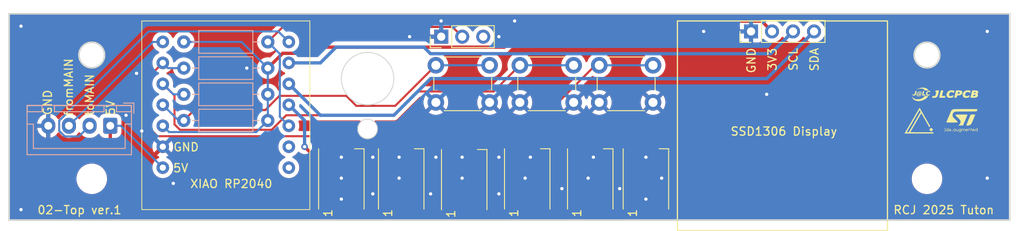
<source format=kicad_pcb>
(kicad_pcb (version 20221018) (generator pcbnew)
  (layers (0 "F.Cu" signal) (31 "B.Cu" signal) (34 "B.Paste" user) (35 "F.Paste" user) (36 "B.SilkS" user "B.Silkscreen") (37 "F.SilkS" user "F.Silkscreen") (38 "B.Mask" user) (39 "F.Mask" user) (44 "Edge.Cuts" user))
  (net 0 "")
  (net 1 "+5V")
  (net 2 "Net-(D1-DOUT)")
  (net 3 "GND")
  (net 4 "WS2812B")
  (net 5 "Net-(D2-DOUT)")
  (net 6 "Net-(D3-DOUT)")
  (net 7 "Net-(D4-DOUT)")
  (net 8 "Net-(D5-DOUT)")
  (net 10 "UART5_RX")
  (net 11 "UART5_TX")
  (net 12 "+3V3")
  (net 13 "I2C_SCL")
  (net 14 "I2C_SDA")
  (net 15 "SW1")
  (net 16 "SW2")
  (net 17 "SW3")
  (net 18 "SW")
  (footprint "MountingHole:MountingHole_3.2mm_M3" (layer "F.Cu") (at 134.32 71.2)
    (fp_text reference "REF**" hide)
    (fp_text value "MountingHole_3.2mm_M3" hide)
    (pad "" np_thru_hole circle (at 0 0) (size 3.2 3.2) (drill 3.2) (layers "*.Cu" "*.Mask"))
  )
  (footprint "logo:jlcpcb_log_small" (layer "F.Cu") (at 136.525 60.96)
    (fp_text reference "G***" hide)
    (fp_text value "LOGO" hide)
  )
  (footprint "LED_SMD:LED_WS2812B_PLCC4_5.0x5.0mm_P3.2mm" (layer "F.Cu") (at 78.36 71.3 90)
    (fp_text reference "D3" hide)
    (fp_text value "WS2812B" hide)
    (fp_text user "1" (at -4.15 -1.6 90) (layer "F.SilkS"))
    (pad "1" smd rect (at -2.45 -1.65 90) (size 1.5 0.9) (layers "F.Cu" "F.Paste" "F.Mask") (net 1 "+5V"))
    (pad "2" smd rect (at -2.45 1.65 90) (size 1.5 0.9) (layers "F.Cu" "F.Paste" "F.Mask") (net 6 "Net-(D3-DOUT)"))
    (pad "3" smd rect (at 2.45 1.65 90) (size 1.5 0.9) (layers "F.Cu" "F.Paste" "F.Mask") (net 3 "GND"))
    (pad "4" smd rect (at 2.45 -1.65 90) (size 1.5 0.9) (layers "F.Cu" "F.Paste" "F.Mask") (net 5 "Net-(D2-DOUT)"))
  )
  (footprint "logo:st_logo_small" (layer "F.Cu") (at 138.43 64.135)
    (fp_text reference "G***" hide)
    (fp_text value "LOGO" hide)
  )
  (footprint "LED_SMD:LED_WS2812B_PLCC4_5.0x5.0mm_P3.2mm" (layer "F.Cu") (at 85.98 71.21 90)
    (fp_text reference "D4" hide)
    (fp_text value "WS2812B" hide)
    (fp_text user "1" (at -4.15 -1.6 90) (layer "F.SilkS"))
    (pad "1" smd rect (at -2.45 -1.65 90) (size 1.5 0.9) (layers "F.Cu" "F.Paste" "F.Mask") (net 1 "+5V"))
    (pad "2" smd rect (at -2.45 1.65 90) (size 1.5 0.9) (layers "F.Cu" "F.Paste" "F.Mask") (net 7 "Net-(D4-DOUT)"))
    (pad "3" smd rect (at 2.45 1.65 90) (size 1.5 0.9) (layers "F.Cu" "F.Paste" "F.Mask") (net 3 "GND"))
    (pad "4" smd rect (at 2.45 -1.65 90) (size 1.5 0.9) (layers "F.Cu" "F.Paste" "F.Mask") (net 6 "Net-(D3-DOUT)"))
  )
  (footprint "MountingHole:MountingHole_3.2mm_M3" (layer "F.Cu") (at 33.32 71.2)
    (fp_text reference "REF**" hide)
    (fp_text value "MountingHole_3.2mm_M3" hide)
    (pad "" np_thru_hole circle (at 0 0) (size 3.2 3.2) (drill 3.2) (layers "*.Cu" "*.Mask"))
  )
  (footprint "Button_Switch_THT:SW_PUSH_6mm" (layer "F.Cu") (at 85.09 57.44)
    (fp_text reference "SW2" hide)
    (fp_text value "SW_Push" hide)
    (pad "1" thru_hole circle (at 0 0 90) (size 2 2) (drill 1.1) (layers "*.Cu" "*.Mask") (net 16 "SW2"))
    (pad "1" thru_hole circle (at 6.5 0 90) (size 2 2) (drill 1.1) (layers "*.Cu" "*.Mask") (net 16 "SW2"))
    (pad "2" thru_hole circle (at 0 4.5 90) (size 2 2) (drill 1.1) (layers "*.Cu" "*.Mask") (net 3 "GND"))
    (pad "2" thru_hole circle (at 6.5 4.5 90) (size 2 2) (drill 1.1) (layers "*.Cu" "*.Mask") (net 3 "GND"))
  )
  (footprint "XIAO:XIAO_Board" (layer "F.Cu") (at 49.53 62.23 180)
    (fp_text reference "U1" hide)
    (fp_text value "~")
    (pad "1" thru_hole circle (at -7.62 -7.62 180) (size 1.524 1.524) (drill 0.762) (layers "*.Cu" "*.Mask"))
    (pad "2" thru_hole circle (at -7.62 -5.08 180) (size 1.524 1.524) (drill 0.762) (layers "*.Cu" "*.Mask"))
    (pad "3" thru_hole circle (at -7.62 -2.54 180) (size 1.524 1.524) (drill 0.762) (layers "*.Cu" "*.Mask") (net 18 "SW"))
    (pad "4" thru_hole circle (at -7.62 0 180) (size 1.524 1.524) (drill 0.762) (layers "*.Cu" "*.Mask") (net 4 "WS2812B"))
    (pad "5" thru_hole circle (at -7.62 2.54 180) (size 1.524 1.524) (drill 0.762) (layers "*.Cu" "*.Mask") (net 14 "I2C_SDA"))
    (pad "6" thru_hole circle (at -7.62 5.08 180) (size 1.524 1.524) (drill 0.762) (layers "*.Cu" "*.Mask") (net 13 "I2C_SCL"))
    (pad "7" thru_hole circle (at -7.62 7.62 180) (size 1.524 1.524) (drill 0.762) (layers "*.Cu" "*.Mask") (net 10 "UART5_RX"))
    (pad "8" thru_hole circle (at 7.62 7.62 180) (size 1.524 1.524) (drill 0.762) (layers "*.Cu" "*.Mask") (net 11 "UART5_TX"))
    (pad "9" thru_hole circle (at 7.62 5.08 180) (size 1.524 1.524) (drill 0.762) (layers "*.Cu" "*.Mask") (net 17 "SW3"))
    (pad "10" thru_hole circle (at 7.62 2.54 180) (size 1.524 1.524) (drill 0.762) (layers "*.Cu" "*.Mask") (net 16 "SW2"))
    (pad "11" thru_hole circle (at 7.62 0 180) (size 1.524 1.524) (drill 0.762) (layers "*.Cu" "*.Mask") (net 15 "SW1"))
    (pad "12" thru_hole circle (at 7.62 -2.54 180) (size 1.524 1.524) (drill 0.762) (layers "*.Cu" "*.Mask") (net 12 "+3V3"))
    (pad "13" thru_hole circle (at 7.62 -5.08 180) (size 1.524 1.524) (drill 0.762) (layers "*.Cu" "*.Mask") (net 3 "GND"))
    (pad "14" thru_hole circle (at 7.62 -7.62 180) (size 1.524 1.524) (drill 0.762) (layers "*.Cu" "*.Mask") (net 1 "+5V"))
  )
  (footprint "Button_Switch_THT:SW_PUSH_6mm" (layer "F.Cu") (at 74.93 57.44)
    (fp_text reference "SW1" hide)
    (fp_text value "SW_Push" hide)
    (pad "1" thru_hole circle (at 0 0 90) (size 2 2) (drill 1.1) (layers "*.Cu" "*.Mask") (net 15 "SW1"))
    (pad "1" thru_hole circle (at 6.5 0 90) (size 2 2) (drill 1.1) (layers "*.Cu" "*.Mask") (net 15 "SW1"))
    (pad "2" thru_hole circle (at 0 4.5 90) (size 2 2) (drill 1.1) (layers "*.Cu" "*.Mask") (net 3 "GND"))
    (pad "2" thru_hole circle (at 6.5 4.5 90) (size 2 2) (drill 1.1) (layers "*.Cu" "*.Mask") (net 3 "GND"))
  )
  (footprint "LED_SMD:LED_WS2812B_PLCC4_5.0x5.0mm_P3.2mm" (layer "F.Cu") (at 100.33 71.21 90)
    (fp_text reference "D6" hide)
    (fp_text value "WS2812B" hide)
    (fp_text user "1" (at -4.15 -1.6 90) (layer "F.SilkS"))
    (pad "1" smd rect (at -2.45 -1.65 90) (size 1.5 0.9) (layers "F.Cu" "F.Paste" "F.Mask") (net 1 "+5V"))
    (pad "2" smd rect (at -2.45 1.65 90) (size 1.5 0.9) (layers "F.Cu" "F.Paste" "F.Mask"))
    (pad "3" smd rect (at 2.45 1.65 90) (size 1.5 0.9) (layers "F.Cu" "F.Paste" "F.Mask") (net 3 "GND"))
    (pad "4" smd rect (at 2.45 -1.65 90) (size 1.5 0.9) (layers "F.Cu" "F.Paste" "F.Mask") (net 8 "Net-(D5-DOUT)"))
  )
  (footprint "Connector_PinHeader_2.54mm:PinHeader_1x04_P2.54mm_Vertical" (layer "F.Cu") (at 113.04 53.34 90)
    (fp_text reference "J2" hide)
    (fp_text value "SSD1306")
    (pad "1" thru_hole rect (at 0 0 90) (size 1.7 1.7) (drill 1) (layers "*.Cu" "*.Mask") (net 3 "GND"))
    (pad "2" thru_hole oval (at 0 2.54 90) (size 1.7 1.7) (drill 1) (layers "*.Cu" "*.Mask") (net 12 "+3V3"))
    (pad "3" thru_hole oval (at 0 5.08 90) (size 1.7 1.7) (drill 1) (layers "*.Cu" "*.Mask") (net 13 "I2C_SCL"))
    (pad "4" thru_hole oval (at 0 7.62 90) (size 1.7 1.7) (drill 1) (layers "*.Cu" "*.Mask") (net 14 "I2C_SDA"))
  )
  (footprint "LED_SMD:LED_WS2812B_PLCC4_5.0x5.0mm_P3.2mm" (layer "F.Cu") (at 70.74 71.21 90)
    (fp_text reference "D2" hide)
    (fp_text value "WS2812B" hide)
    (fp_text user "1" (at -4.15 -1.6 90) (layer "F.SilkS"))
    (pad "1" smd rect (at -2.45 -1.65 90) (size 1.5 0.9) (layers "F.Cu" "F.Paste" "F.Mask") (net 1 "+5V"))
    (pad "2" smd rect (at -2.45 1.65 90) (size 1.5 0.9) (layers "F.Cu" "F.Paste" "F.Mask") (net 5 "Net-(D2-DOUT)"))
    (pad "3" smd rect (at 2.45 1.65 90) (size 1.5 0.9) (layers "F.Cu" "F.Paste" "F.Mask") (net 3 "GND"))
    (pad "4" smd rect (at 2.45 -1.65 90) (size 1.5 0.9) (layers "F.Cu" "F.Paste" "F.Mask") (net 2 "Net-(D1-DOUT)"))
  )
  (footprint "logo:tuton_logo_small" (layer "F.Cu") (at 133.35 64.135)
    (fp_text reference "G***" hide)
    (fp_text value "LOGO" hide)
  )
  (footprint "Connector_PinHeader_2.54mm:PinHeader_1x03_P2.54mm_Vertical" (layer "F.Cu") (at 75.58 53.975 90)
    (fp_text reference "SW4" hide)
    (fp_text value "SW_SPDT" hide)
    (pad "1" thru_hole rect (at 0 0 90) (size 1.7 1.7) (drill 1) (layers "*.Cu" "*.Mask") (net 3 "GND"))
    (pad "2" thru_hole oval (at 0 2.54 90) (size 1.7 1.7) (drill 1) (layers "*.Cu" "*.Mask") (net 18 "SW"))
    (pad "3" thru_hole oval (at 0 5.08 90) (size 1.7 1.7) (drill 1) (layers "*.Cu" "*.Mask"))
  )
  (footprint "LED_SMD:LED_WS2812B_PLCC4_5.0x5.0mm_P3.2mm" (layer "F.Cu") (at 63.5 71.21 90)
    (fp_text reference "D1" hide)
    (fp_text value "WS2812B" hide)
    (fp_text user "1" (at -4.15 -1.6 90) (layer "F.SilkS"))
    (pad "1" smd rect (at -2.45 -1.65 90) (size 1.5 0.9) (layers "F.Cu" "F.Paste" "F.Mask") (net 1 "+5V"))
    (pad "2" smd rect (at -2.45 1.65 90) (size 1.5 0.9) (layers "F.Cu" "F.Paste" "F.Mask") (net 2 "Net-(D1-DOUT)"))
    (pad "3" smd rect (at 2.45 1.65 90) (size 1.5 0.9) (layers "F.Cu" "F.Paste" "F.Mask") (net 3 "GND"))
    (pad "4" smd rect (at 2.45 -1.65 90) (size 1.5 0.9) (layers "F.Cu" "F.Paste" "F.Mask") (net 4 "WS2812B"))
  )
  (footprint "LED_SMD:LED_WS2812B_PLCC4_5.0x5.0mm_P3.2mm" (layer "F.Cu") (at 93.6 71.21 90)
    (fp_text reference "D5" hide)
    (fp_text value "WS2812B" hide)
    (fp_text user "1" (at -4.15 -1.6 90) (layer "F.SilkS"))
    (pad "1" smd rect (at -2.45 -1.65 90) (size 1.5 0.9) (layers "F.Cu" "F.Paste" "F.Mask") (net 1 "+5V"))
    (pad "2" smd rect (at -2.45 1.65 90) (size 1.5 0.9) (layers "F.Cu" "F.Paste" "F.Mask") (net 8 "Net-(D5-DOUT)"))
    (pad "3" smd rect (at 2.45 1.65 90) (size 1.5 0.9) (layers "F.Cu" "F.Paste" "F.Mask") (net 3 "GND"))
    (pad "4" smd rect (at 2.45 -1.65 90) (size 1.5 0.9) (layers "F.Cu" "F.Paste" "F.Mask") (net 7 "Net-(D4-DOUT)"))
  )
  (footprint "Button_Switch_THT:SW_PUSH_6mm" (layer "F.Cu") (at 94.69 57.44)
    (fp_text reference "SW3" hide)
    (fp_text value "SW_Push" hide)
    (pad "1" thru_hole circle (at 0 0 90) (size 2 2) (drill 1.1) (layers "*.Cu" "*.Mask") (net 17 "SW3"))
    (pad "1" thru_hole circle (at 6.5 0 90) (size 2 2) (drill 1.1) (layers "*.Cu" "*.Mask") (net 17 "SW3"))
    (pad "2" thru_hole circle (at 0 4.5 90) (size 2 2) (drill 1.1) (layers "*.Cu" "*.Mask") (net 3 "GND"))
    (pad "2" thru_hole circle (at 6.5 4.5 90) (size 2 2) (drill 1.1) (layers "*.Cu" "*.Mask") (net 3 "GND"))
  )
  (footprint "Connector_JST:JST_XH_B4B-XH-A_1x04_P2.50mm_Vertical" (layer "B.Cu") (at 35.56 64.77 180)
    (fp_text reference "J1" hide)
    (fp_text value "ToTop")
    (pad "1" thru_hole roundrect (at 0 0 180) (size 1.7 1.95) (drill 0.95) (layers "*.Cu" "*.Mask") (roundrect_rratio 0.1470588235) (net 1 "+5V"))
    (pad "2" thru_hole oval (at 2.5 0 180) (size 1.7 1.95) (drill 0.95) (layers "*.Cu" "*.Mask") (net 10 "UART5_RX"))
    (pad "3" thru_hole oval (at 5 0 180) (size 1.7 1.95) (drill 0.95) (layers "*.Cu" "*.Mask") (net 11 "UART5_TX"))
    (pad "4" thru_hole oval (at 7.5 0 180) (size 1.7 1.95) (drill 0.95) (layers "*.Cu" "*.Mask") (net 3 "GND"))
  )
  (footprint "Resistor_THT:R_Axial_DIN0207_L6.3mm_D2.5mm_P10.16mm_Horizontal" (layer "B.Cu") (at 54.61 64.135 180)
    (fp_text reference "R1" hide)
    (fp_text value "10k")
    (pad "1" thru_hole circle (at 0 0 180) (size 1.6 1.6) (drill 0.8) (layers "*.Cu" "*.Mask") (net 12 "+3V3"))
    (pad "2" thru_hole oval (at 10.16 0 180) (size 1.6 1.6) (drill 0.8) (layers "*.Cu" "*.Mask") (net 15 "SW1"))
  )
  (footprint "Resistor_THT:R_Axial_DIN0207_L6.3mm_D2.5mm_P10.16mm_Horizontal" (layer "B.Cu") (at 54.61 57.785 180)
    (fp_text reference "R3" hide)
    (fp_text value "10k")
    (pad "1" thru_hole circle (at 0 0 180) (size 1.6 1.6) (drill 0.8) (layers "*.Cu" "*.Mask") (net 12 "+3V3"))
    (pad "2" thru_hole oval (at 10.16 0 180) (size 1.6 1.6) (drill 0.8) (layers "*.Cu" "*.Mask") (net 17 "SW3"))
  )
  (footprint "Resistor_THT:R_Axial_DIN0207_L6.3mm_D2.5mm_P10.16mm_Horizontal" (layer "B.Cu") (at 54.61 60.96 180)
    (fp_text reference "R2" hide)
    (fp_text value "10k")
    (pad "1" thru_hole circle (at 0 0 180) (size 1.6 1.6) (drill 0.8) (layers "*.Cu" "*.Mask") (net 12 "+3V3"))
    (pad "2" thru_hole oval (at 10.16 0 180) (size 1.6 1.6) (drill 0.8) (layers "*.Cu" "*.Mask") (net 16 "SW2"))
  )
  (footprint "Resistor_THT:R_Axial_DIN0207_L6.3mm_D2.5mm_P10.16mm_Horizontal" (layer "B.Cu") (at 44.45 54.61)
    (fp_text reference "R4" hide)
    (fp_text value "10k")
    (pad "1" thru_hole circle (at 0 0) (size 1.6 1.6) (drill 0.8) (layers "*.Cu" "*.Mask") (net 12 "+3V3"))
    (pad "2" thru_hole oval (at 10.16 0) (size 1.6 1.6) (drill 0.8) (layers "*.Cu" "*.Mask") (net 18 "SW"))
  )
  (gr_rect (start 104.14 52.07) (end 129.54 77.47) (stroke (width 0.15)) (fill none) (layer "F.SilkS"))
  (gr_line (start 144.32 76.2) (end 144.32 51.2) (stroke (width 0.2)) (layer "Edge.Cuts"))
  (gr_circle (center 66.675 59.055) (end 66.675 55.88) (stroke (width 0.1)) (fill none) (layer "Edge.Cuts"))
  (gr_line (start 23.32 76.2) (end 144.32 76.2) (stroke (width 0.2)) (layer "Edge.Cuts"))
  (gr_line (start 144.32 51.2) (end 23.32 51.2) (stroke (width 0.2)) (layer "Edge.Cuts"))
  (gr_circle (center 134.32 56.2) (end 135.87 56.2) (stroke (width 0.2)) (fill none) (layer "Edge.Cuts"))
  (gr_circle (center 66.675 65.155) (end 66.675 63.965) (stroke (width 0.1)) (fill none) (layer "Edge.Cuts"))
  (gr_circle (center 33.32 56.2) (end 34.87 56.2) (stroke (width 0.2)) (fill none) (layer "Edge.Cuts"))
  (gr_line (start 23.32 51.2) (end 23.32 76.2) (stroke (width 0.2)) (layer "Edge.Cuts"))
  (gr_text "GND" (at 46.355 67.945) (layer "F.SilkS") (effects (font (size 1 1)) (justify right bottom)))
  (gr_text "5V" (at 45.085 70.485) (layer "F.SilkS") (effects (font (size 1 1)) (justify right bottom)))
  (gr_text "5V" (at 36.195 61.595 90) (layer "F.SilkS") (effects (font (size 1 1)) (justify right bottom)))
  (gr_text "GND" (at 28.575 60.325 90) (layer "F.SilkS") (effects (font (size 1 1)) (justify right bottom)))
  (gr_text "fromMAIN" (at 31.115 56.515 90) (layer "F.SilkS") (effects (font (size 1 1)) (justify right bottom)))
  (gr_text "GND" (at 113.665 55.245 90) (layer "F.SilkS") (effects (font (size 1 1)) (justify right bottom)))
  (gr_text "toMAIN" (at 33.655 58.42 90) (layer "F.SilkS") (effects (font (size 1 1)) (justify right bottom)))
  (gr_text "SDA" (at 121.285 55.245 90) (layer "F.SilkS") (effects (font (size 1 1)) (justify right bottom)))
  (gr_text "RCJ 2025 Tuton\n" (at 130.175 75.565) (layer "F.SilkS") (effects (font (size 1 1)) (justify left bottom)))
  (gr_text "3V3\n" (at 116.205 55.245 90) (layer "F.SilkS") (effects (font (size 1 1)) (justify right bottom)))
  (gr_text "SSD1306 Display" (at 110.49 66.04) (layer "F.SilkS") (effects (font (size 1 1)) (justify left bottom)))
  (gr_text "02-Top ver.1" (at 26.67 75.565) (layer "F.SilkS") (effects (font (size 1 1)) (justify left bottom)))
  (gr_text "SCL" (at 118.745 55.245 90) (layer "F.SilkS") (effects (font (size 1 1)) (justify right bottom)))
  (gr_text "XIAO RP2040" (at 55.245 72.39) (layer "F.SilkS") (effects (font (size 1 1)) (justify right bottom)))
  (segment (start 90.8 74.81) (end 91.95 73.66) (width 0.4) (layer "F.Cu") (net 1))
  (segment (start 42.545 73.66) (end 35.56 66.675) (width 0.4) (layer "F.Cu") (net 1))
  (segment (start 67.94 74.81) (end 69.09 73.66) (width 0.4) (layer "F.Cu") (net 1))
  (segment (start 85.48 74.81) (end 90.8 74.81) (width 0.4) (layer "F.Cu") (net 1))
  (segment (start 93.1 74.81) (end 97.53 74.81) (width 0.4) (layer "F.Cu") (net 1))
  (segment (start 69.09 73.66) (end 70.24 74.81) (width 0.4) (layer "F.Cu") (net 1))
  (segment (start 83.09 74.9) (end 84.33 73.66) (width 0.4) (layer "F.Cu") (net 1))
  (segment (start 70.24 74.81) (end 75.65 74.81) (width 0.4) (layer "F.Cu") (net 1))
  (segment (start 76.71 73.75) (end 77.86 74.9) (width 0.4) (layer "F.Cu") (net 1))
  (segment (start 84.33 73.66) (end 85.48 74.81) (width 0.4) (layer "F.Cu") (net 1))
  (segment (start 61.85 73.66) (end 61.85 73.96) (width 0.4) (layer "F.Cu") (net 1))
  (segment (start 61.85 73.66) (end 42.545 73.66) (width 0.4) (layer "F.Cu") (net 1))
  (segment (start 75.65 74.81) (end 76.71 73.75) (width 0.4) (layer "F.Cu") (net 1))
  (segment (start 35.56 66.675) (end 35.56 64.77) (width 0.4) (layer "F.Cu") (net 1))
  (segment (start 62.7 74.81) (end 67.94 74.81) (width 0.4) (layer "F.Cu") (net 1))
  (segment (start 61.85 73.96) (end 62.7 74.81) (width 0.4) (layer "F.Cu") (net 1))
  (segment (start 97.53 74.81) (end 98.68 73.66) (width 0.4) (layer "F.Cu") (net 1))
  (segment (start 77.86 74.9) (end 83.09 74.9) (width 0.4) (layer "F.Cu") (net 1))
  (segment (start 91.95 73.66) (end 93.1 74.81) (width 0.4) (layer "F.Cu") (net 1))
  (segment (start 35.56 64.77) (end 36.83 64.77) (width 0.25) (layer "B.Cu") (net 1))
  (segment (start 36.83 64.77) (end 41.91 69.85) (width 0.25) (layer "B.Cu") (net 1))
  (segment (start 65.15 73.66) (end 65.15 72.7) (width 0.25) (layer "F.Cu") (net 2))
  (segment (start 65.15 72.7) (end 69.09 68.76) (width 0.25) (layer "F.Cu") (net 2))
  (via (at 70.485 68.58) (size 0.8) (drill 0.4) (layers "F.Cu" "B.Cu") (net 3))
  (via (at 86.36 68.58) (size 0.8) (drill 0.4) (layers "F.Cu" "B.Cu") (net 3))
  (via (at 74.93 68.58) (size 0.8) (drill 0.4) (layers "F.Cu" "B.Cu") (net 3))
  (via (at 71.755 53.975) (size 0.8) (drill 0.4) (layers "F.Cu" "B.Cu") (net 3))
  (via (at 70.485 71.12) (size 0.8) (drill 0.4) (layers "F.Cu" "B.Cu") (net 3))
  (via (at 90.17 72.39) (size 0.8) (drill 0.4) (layers "F.Cu" "B.Cu") (net 3))
  (via (at 82.55 53.975) (size 0.8) (drill 0.4) (layers "F.Cu" "B.Cu") (net 3))
  (via (at 52.07 57.785) (size 0.8) (drill 0.4) (layers "F.Cu" "B.Cu") (net 3))
  (via (at 63.5 71.12) (size 0.8) (drill 0.4) (layers "F.Cu" "B.Cu") (net 3))
  (via (at 100.33 73.66) (size 0.8) (drill 0.4) (layers "F.Cu" "B.Cu") (net 3))
  (via (at 74.295 73.025) (size 0.8) (drill 0.4) (layers "F.Cu" "B.Cu") (net 3))
  (via (at 43.18 71.755) (size 0.8) (drill 0.4) (layers "F.Cu" "B.Cu") (net 3))
  (via (at 93.345 71.12) (size 0.8) (drill 0.4) (layers "F.Cu" "B.Cu") (net 3))
  (via (at 39.37 65.405) (size 0.8) (drill 0.4) (layers "F.Cu" "B.Cu") (net 3))
  (via (at 93.98 68.58) (size 0.8) (drill 0.4) (layers "F.Cu" "B.Cu") (net 3))
  (via (at 82.55 68.58) (size 0.8) (drill 0.4) (layers "F.Cu" "B.Cu") (net 3))
  (via (at 75.565 52.07) (size 0.8) (drill 0.4) (layers "F.Cu" "B.Cu") (net 3))
  (via (at 85.725 71.12) (size 0.8) (drill 0.4) (layers "F.Cu" "B.Cu") (net 3))
  (via (at 67.31 73.025) (size 0.8) (drill 0.4) (layers "F.Cu" "B.Cu") (net 3))
  (via (at 141.605 53.34) (size 0.8) (drill 0.4) (layers "F.Cu" "B.Cu") (net 3))
  (via (at 82.55 73.025) (size 0.8) (drill 0.4) (layers "F.Cu" "B.Cu") (net 3))
  (via (at 37.465 63.5) (size 0.8) (drill 0.4) (layers "F.Cu" "B.Cu") (net 3))
  (via (at 100.33 68.58) (size 0.8) (drill 0.4) (layers "F.Cu" "B.Cu") (net 3))
  (via (at 114.935 60.96) (size 0.8) (drill 0.4) (layers "F.Cu" "B.Cu") (net 3))
  (via (at 78.105 68.58) (size 0.8) (drill 0.4) (layers "F.Cu" "B.Cu") (net 3))
  (via (at 141.605 71.12) (size 0.8) (drill 0.4) (layers "F.Cu" "B.Cu") (net 3))
  (via (at 24.765 74.93) (size 0.8) (drill 0.4) (layers "F.Cu" "B.Cu") (net 3))
  (via (at 67.31 68.58) (size 0.8) (drill 0.4) (layers "F.Cu" "B.Cu") (net 3))
  (via (at 63.5 73.66) (size 0.8) (drill 0.4) (layers "F.Cu" "B.Cu") (net 3))
  (via (at 84.455 52.07) (size 0.8) (drill 0.4) (layers "F.Cu" "B.Cu") (net 3))
  (via (at 63.5 68.58) (size 0.8) (drill 0.4) (layers "F.Cu" "B.Cu") (net 3))
  (via (at 78.105 71.12) (size 0.8) (drill 0.4) (layers "F.Cu" "B.Cu") (net 3))
  (via (at 38.735 58.42) (size 0.8) (drill 0.4) (layers "F.Cu" "B.Cu") (net 3))
  (via (at 24.765 52.705) (size 0.8) (drill 0.4) (layers "F.Cu" "B.Cu") (net 3))
  (via (at 97.155 72.39) (size 0.8) (drill 0.4) (layers "F.Cu" "B.Cu") (net 3))
  (via (at 102.235 71.12) (size 0.8) (drill 0.4) (layers "F.Cu" "B.Cu") (net 3))
  (via (at 107.315 53.34) (size 0.8) (drill 0.4) (layers "F.Cu" "B.Cu") (net 3))
  (segment (start 75.58 53.975) (end 71.755 53.975) (width 0.4) (layer "B.Cu") (net 3))
  (segment (start 75.58 52.085) (end 75.565 52.07) (width 0.4) (layer "B.Cu") (net 3))
  (segment (start 75.58 53.975) (end 75.58 52.085) (width 0.4) (layer "B.Cu") (net 3))
  (segment (start 60.505 68.76) (end 59.055 67.31) (width 0.4) (layer "F.Cu") (net 4))
  (segment (start 61.85 68.76) (end 60.505 68.76) (width 0.4) (layer "F.Cu") (net 4))
  (via (at 59.055 67.31) (size 0.8) (drill 0.4) (layers "F.Cu" "B.Cu") (net 4))
  (segment (start 59.055 64.135) (end 57.15 62.23) (width 0.4) (layer "B.Cu") (net 4))
  (segment (start 59.055 67.31) (end 59.055 64.135) (width 0.4) (layer "B.Cu") (net 4))
  (segment (start 72.39 73.66) (end 72.39 73.17) (width 0.25) (layer "F.Cu") (net 5))
  (segment (start 72.39 73.17) (end 76.71 68.85) (width 0.25) (layer "F.Cu") (net 5))
  (segment (start 80.01 73.75) (end 84.33 69.43) (width 0.25) (layer "F.Cu") (net 6))
  (segment (start 84.33 69.43) (end 84.33 68.76) (width 0.25) (layer "F.Cu") (net 6))
  (segment (start 87.63 73.66) (end 91.95 69.34) (width 0.25) (layer "F.Cu") (net 7))
  (segment (start 91.95 69.34) (end 91.95 68.76) (width 0.25) (layer "F.Cu") (net 7))
  (segment (start 95.25 72.19) (end 98.68 68.76) (width 0.25) (layer "F.Cu") (net 8))
  (segment (start 95.25 73.66) (end 95.25 72.19) (width 0.25) (layer "F.Cu") (net 8))
  (segment (start 31.76 66.07) (end 30.073299 66.07) (width 0.25) (layer "B.Cu") (net 10))
  (segment (start 55.88 53.34) (end 57.15 54.61) (width 0.25) (layer "B.Cu") (net 10))
  (segment (start 30.073299 66.07) (end 29.385 65.381701) (width 0.25) (layer "B.Cu") (net 10))
  (segment (start 29.385 65.381701) (end 29.385 64.158299) (width 0.25) (layer "B.Cu") (net 10))
  (segment (start 40.203299 53.34) (end 55.88 53.34) (width 0.25) (layer "B.Cu") (net 10))
  (segment (start 29.385 64.158299) (end 40.203299 53.34) (width 0.25) (layer "B.Cu") (net 10))
  (segment (start 33.06 64.77) (end 31.76 66.07) (width 0.25) (layer "B.Cu") (net 10))
  (segment (start 30.56 64.77) (end 40.72 54.61) (width 0.25) (layer "B.Cu") (net 11))
  (segment (start 40.72 54.61) (end 41.91 54.61) (width 0.25) (layer "B.Cu") (net 11))
  (segment (start 86.34 52.09) (end 83.185 55.245) (width 0.4) (layer "F.Cu") (net 12))
  (segment (start 58.311999 55.988) (end 56.407 55.988) (width 0.4) (layer "F.Cu") (net 12))
  (segment (start 59.054999 55.245) (end 58.311999 55.988) (width 0.4) (layer "F.Cu") (net 12))
  (segment (start 114.33 52.09) (end 86.34 52.09) (width 0.4) (layer "F.Cu") (net 12))
  (segment (start 115.58 53.34) (end 114.33 52.09) (width 0.4) (layer "F.Cu") (net 12))
  (segment (start 83.185 55.245) (end 59.054999 55.245) (width 0.4) (layer "F.Cu") (net 12))
  (segment (start 56.407 55.988) (end 54.61 57.785) (width 0.4) (layer "F.Cu") (net 12))
  (segment (start 54.61 64.135) (end 53.213001 65.531999) (width 0.25) (layer "B.Cu") (net 12))
  (segment (start 53.213001 65.531999) (end 42.671999 65.531999) (width 0.25) (layer "B.Cu") (net 12))
  (segment (start 42.671999 65.531999) (end 41.91 64.77) (width 0.25) (layer "B.Cu") (net 12))
  (segment (start 44.45 54.61) (end 51.435 54.61) (width 0.25) (layer "B.Cu") (net 12))
  (segment (start 51.435 54.61) (end 54.61 57.785) (width 0.25) (layer "B.Cu") (net 12))
  (segment (start 54.61 57.785) (end 54.61 64.135) (width 0.25) (layer "B.Cu") (net 12))
  (segment (start 115.42 56.04) (end 74.287063 56.04) (width 0.4) (layer "B.Cu") (net 13))
  (segment (start 60.96 57.15) (end 57.15 57.15) (width 0.4) (layer "B.Cu") (net 13))
  (segment (start 73.492063 55.245) (end 62.865 55.245) (width 0.4) (layer "B.Cu") (net 13))
  (segment (start 74.287063 56.04) (end 73.492063 55.245) (width 0.4) (layer "B.Cu") (net 13))
  (segment (start 118.12 53.34) (end 115.42 56.04) (width 0.4) (layer "B.Cu") (net 13))
  (segment (start 62.865 55.245) (end 60.96 57.15) (width 0.4) (layer "B.Cu") (net 13))
  (segment (start 69.85 63.5) (end 60.96 63.5) (width 0.4) (layer "B.Cu") (net 14))
  (segment (start 114.945 59.055) (end 74.295 59.055) (width 0.4) (layer "B.Cu") (net 14))
  (segment (start 120.66 53.34) (end 114.945 59.055) (width 0.4) (layer "B.Cu") (net 14))
  (segment (start 60.96 63.5) (end 57.15 59.69) (width 0.4) (layer "B.Cu") (net 14))
  (segment (start 74.295 59.055) (end 69.85 63.5) (width 0.4) (layer "B.Cu") (net 14))
  (segment (start 45.72 62.865) (end 44.45 64.135) (width 0.25) (layer "F.Cu") (net 15))
  (segment (start 70.012497 62.357503) (end 65.307059 62.357503) (width 0.25) (layer "F.Cu") (net 15))
  (segment (start 65.307059 62.357503) (end 64.092556 61.143) (width 0.25) (layer "F.Cu") (net 15))
  (segment (start 64.092556 61.143) (end 56.017991 61.143) (width 0.25) (layer "F.Cu") (net 15))
  (segment (start 56.017991 61.143) (end 54.295991 62.865) (width 0.25) (layer "F.Cu") (net 15))
  (segment (start 74.93 57.44) (end 70.012497 62.357503) (width 0.25) (layer "F.Cu") (net 15))
  (segment (start 54.295991 62.865) (end 45.72 62.865) (width 0.25) (layer "F.Cu") (net 15))
  (segment (start 74.93 57.44) (end 81.43 57.44) (width 0.25) (layer "B.Cu") (net 15))
  (segment (start 43.815 64.135) (end 44.45 64.135) (width 0.25) (layer "B.Cu") (net 15))
  (segment (start 41.91 62.23) (end 43.815 64.135) (width 0.25) (layer "B.Cu") (net 15))
  (segment (start 81.915 60.615) (end 72.735 60.615) (width 0.25) (layer "F.Cu") (net 16))
  (segment (start 69.85 63.5) (end 56.835991 63.5) (width 0.25) (layer "F.Cu") (net 16))
  (segment (start 72.735 60.615) (end 69.85 63.5) (width 0.25) (layer "F.Cu") (net 16))
  (segment (start 43.984009 65.26) (end 43.325 64.600991) (width 0.25) (layer "F.Cu") (net 16))
  (segment (start 43.325 64.600991) (end 43.325 61.105) (width 0.25) (layer "F.Cu") (net 16))
  (segment (start 43.325 61.105) (end 41.91 59.69) (width 0.25) (layer "F.Cu") (net 16))
  (segment (start 85.09 57.44) (end 81.915 60.615) (width 0.25) (layer "F.Cu") (net 16))
  (segment (start 56.835991 63.5) (end 55.075991 65.26) (width 0.25) (layer "F.Cu") (net 16))
  (segment (start 55.075991 65.26) (end 43.984009 65.26) (width 0.25) (layer "F.Cu") (net 16))
  (segment (start 43.18 60.96) (end 41.91 59.69) (width 0.25) (layer "B.Cu") (net 16))
  (segment (start 44.45 60.96) (end 43.18 60.96) (width 0.25) (layer "B.Cu") (net 16))
  (segment (start 85.09 57.44) (end 91.59 57.44) (width 0.25) (layer "B.Cu") (net 16))
  (segment (start 41.275 66.04) (end 40.005 64.77) (width 0.25) (layer "F.Cu") (net 17))
  (segment (start 94.69 57.44) (end 94.216167 57.44) (width 0.25) (layer "F.Cu") (net 17))
  (segment (start 40.005 64.77) (end 40.005 59.055) (width 0.25) (layer "F.Cu") (net 17))
  (segment (start 62.229125 67.31) (end 60.959125 66.04) (width 0.25) (layer "F.Cu") (net 17))
  (segment (start 60.959125 66.04) (end 41.275 66.04) (width 0.25) (layer "F.Cu") (net 17))
  (segment (start 94.216167 57.44) (end 84.346167 67.31) (width 0.25) (layer "F.Cu") (net 17))
  (segment (start 84.346167 67.31) (end 62.229125 67.31) (width 0.25) (layer "F.Cu") (net 17))
  (segment (start 40.005 59.055) (end 41.91 57.15) (width 0.25) (layer "F.Cu") (net 17))
  (segment (start 42.545 57.785) (end 41.91 57.15) (width 0.25) (layer "B.Cu") (net 17))
  (segment (start 94.69 57.44) (end 101.19 57.44) (width 0.25) (layer "B.Cu") (net 17))
  (segment (start 44.45 57.785) (end 42.545 57.785) (width 0.25) (layer "B.Cu") (net 17))
  (segment (start 76.945 52.8) (end 78.12 53.975) (width 0.25) (layer "F.Cu") (net 18))
  (segment (start 56.42 52.8) (end 76.945 52.8) (width 0.25) (layer "F.Cu") (net 18))
  (segment (start 54.61 54.61) (end 56.42 52.8) (width 0.25) (layer "F.Cu") (net 18))
  (segment (start 56.063 56.063) (end 56.063 63.683) (width 0.25) (layer "B.Cu") (net 18))
  (segment (start 54.61 54.61) (end 56.063 56.063) (width 0.25) (layer "B.Cu") (net 18))
  (segment (start 56.063 63.683) (end 57.15 64.77) (width 0.25) (layer "B.Cu") (net 18))
  (zone (net 3) (net_name "GND") (layers "F&B.Cu") (connect_pads (clearance 0.5)) (min_thickness 0.25) (fill yes (thermal_gap 0.5) (thermal_bridge_width 0.5))
    (polygon (pts (xy 22.225 50.165) (xy 22.225 77.47) (xy 146.05 77.47) (xy 146.05 49.53)))
  )
)
</source>
